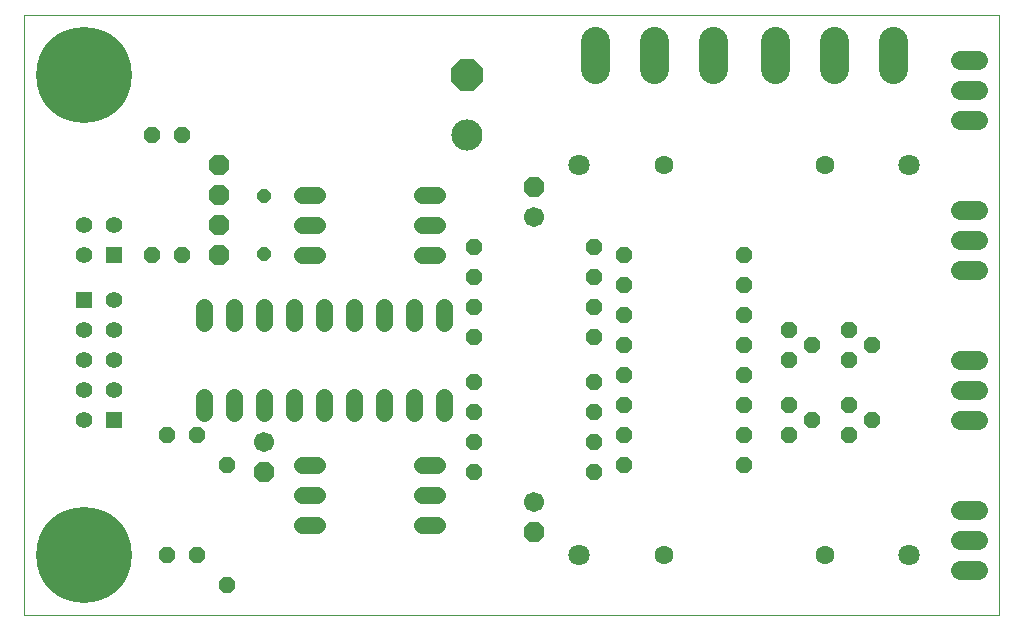
<source format=gts>
G75*
G70*
%OFA0B0*%
%FSLAX24Y24*%
%IPPOS*%
%LPD*%
%AMOC8*
5,1,8,0,0,1.08239X$1,22.5*
%
%ADD10C,0.0000*%
%ADD11C,0.0560*%
%ADD12OC8,0.0560*%
%ADD13R,0.0555X0.0555*%
%ADD14C,0.0555*%
%ADD15C,0.0670*%
%ADD16OC8,0.0670*%
%ADD17C,0.0640*%
%ADD18C,0.0709*%
%ADD19C,0.0631*%
%ADD20C,0.0977*%
%ADD21C,0.1040*%
%ADD22OC8,0.1040*%
%ADD23OC8,0.0440*%
%ADD24C,0.3190*%
D10*
X000494Y004300D02*
X000494Y024296D01*
X032994Y024300D01*
X032994Y004300D01*
X000494Y004300D01*
D11*
X006494Y011040D02*
X006494Y011560D01*
X007494Y011560D02*
X007494Y011040D01*
X008494Y011040D02*
X008494Y011560D01*
X009494Y011560D02*
X009494Y011040D01*
X010494Y011040D02*
X010494Y011560D01*
X011494Y011560D02*
X011494Y011040D01*
X012494Y011040D02*
X012494Y011560D01*
X013494Y011560D02*
X013494Y011040D01*
X014494Y011040D02*
X014494Y011560D01*
X014254Y009300D02*
X013734Y009300D01*
X013734Y008300D02*
X014254Y008300D01*
X014254Y007300D02*
X013734Y007300D01*
X010254Y007300D02*
X009734Y007300D01*
X009734Y008300D02*
X010254Y008300D01*
X010254Y009300D02*
X009734Y009300D01*
X009494Y014040D02*
X009494Y014560D01*
X010494Y014560D02*
X010494Y014040D01*
X011494Y014040D02*
X011494Y014560D01*
X012494Y014560D02*
X012494Y014040D01*
X013494Y014040D02*
X013494Y014560D01*
X014494Y014560D02*
X014494Y014040D01*
X014254Y016300D02*
X013734Y016300D01*
X013734Y017300D02*
X014254Y017300D01*
X014254Y018300D02*
X013734Y018300D01*
X010254Y018300D02*
X009734Y018300D01*
X009734Y017300D02*
X010254Y017300D01*
X010254Y016300D02*
X009734Y016300D01*
X008494Y014560D02*
X008494Y014040D01*
X007494Y014040D02*
X007494Y014560D01*
X006494Y014560D02*
X006494Y014040D01*
D12*
X005744Y016300D03*
X004744Y016300D03*
X004744Y020300D03*
X005744Y020300D03*
X015494Y016550D03*
X015494Y015550D03*
X015494Y014550D03*
X015494Y013550D03*
X015494Y012050D03*
X015494Y011050D03*
X015494Y010050D03*
X015494Y009050D03*
X019494Y009050D03*
X020494Y009300D03*
X019494Y010050D03*
X020494Y010300D03*
X019494Y011050D03*
X020494Y011300D03*
X019494Y012050D03*
X020494Y012300D03*
X020494Y013300D03*
X019494Y013550D03*
X020494Y014300D03*
X019494Y014550D03*
X020494Y015300D03*
X019494Y015550D03*
X020494Y016300D03*
X019494Y016550D03*
X024494Y016300D03*
X024494Y015300D03*
X024494Y014300D03*
X024494Y013300D03*
X024494Y012300D03*
X024494Y011300D03*
X024494Y010300D03*
X024494Y009300D03*
X025994Y010300D03*
X026744Y010800D03*
X025994Y011300D03*
X025994Y012800D03*
X026744Y013300D03*
X025994Y013800D03*
X027994Y013800D03*
X028744Y013300D03*
X027994Y012800D03*
X027994Y011300D03*
X028744Y010800D03*
X027994Y010300D03*
X007244Y009300D03*
X006244Y010300D03*
X005244Y010300D03*
X005244Y006300D03*
X006244Y006300D03*
X007244Y005300D03*
D13*
X003494Y010800D03*
X002494Y014800D03*
X003494Y016300D03*
D14*
X002494Y016300D03*
X002494Y017300D03*
X003494Y017300D03*
X003494Y014800D03*
X003494Y013800D03*
X002494Y013800D03*
X002494Y012800D03*
X003494Y012800D03*
X003494Y011800D03*
X002494Y011800D03*
X002494Y010800D03*
D15*
X008494Y010050D03*
X017494Y008050D03*
X017494Y017550D03*
D16*
X017494Y018550D03*
X006994Y018300D03*
X006994Y017300D03*
X006994Y016300D03*
X006994Y019300D03*
X008494Y009050D03*
X017494Y007050D03*
D17*
X031694Y006800D02*
X032294Y006800D01*
X032294Y007800D02*
X031694Y007800D01*
X031694Y005800D02*
X032294Y005800D01*
X032294Y010800D02*
X031694Y010800D01*
X031694Y011800D02*
X032294Y011800D01*
X032294Y012800D02*
X031694Y012800D01*
X031694Y015800D02*
X032294Y015800D01*
X032294Y016800D02*
X031694Y016800D01*
X031694Y017800D02*
X032294Y017800D01*
X032294Y020800D02*
X031694Y020800D01*
X031694Y021800D02*
X032294Y021800D01*
X032294Y022800D02*
X031694Y022800D01*
D18*
X029994Y019300D03*
X018994Y019300D03*
X018994Y006300D03*
X029994Y006300D03*
D19*
X027183Y006300D03*
X021805Y006300D03*
X021805Y019300D03*
X027183Y019300D03*
D20*
X027494Y022509D02*
X027494Y023446D01*
X029462Y023446D02*
X029462Y022509D01*
X025525Y022509D02*
X025525Y023446D01*
X023462Y023446D02*
X023462Y022509D01*
X021494Y022509D02*
X021494Y023446D01*
X019525Y023446D02*
X019525Y022509D01*
D21*
X015244Y020300D03*
D22*
X015244Y022300D03*
D23*
X008494Y018261D03*
X008494Y016339D03*
D24*
X002494Y022300D03*
X002494Y006300D03*
M02*

</source>
